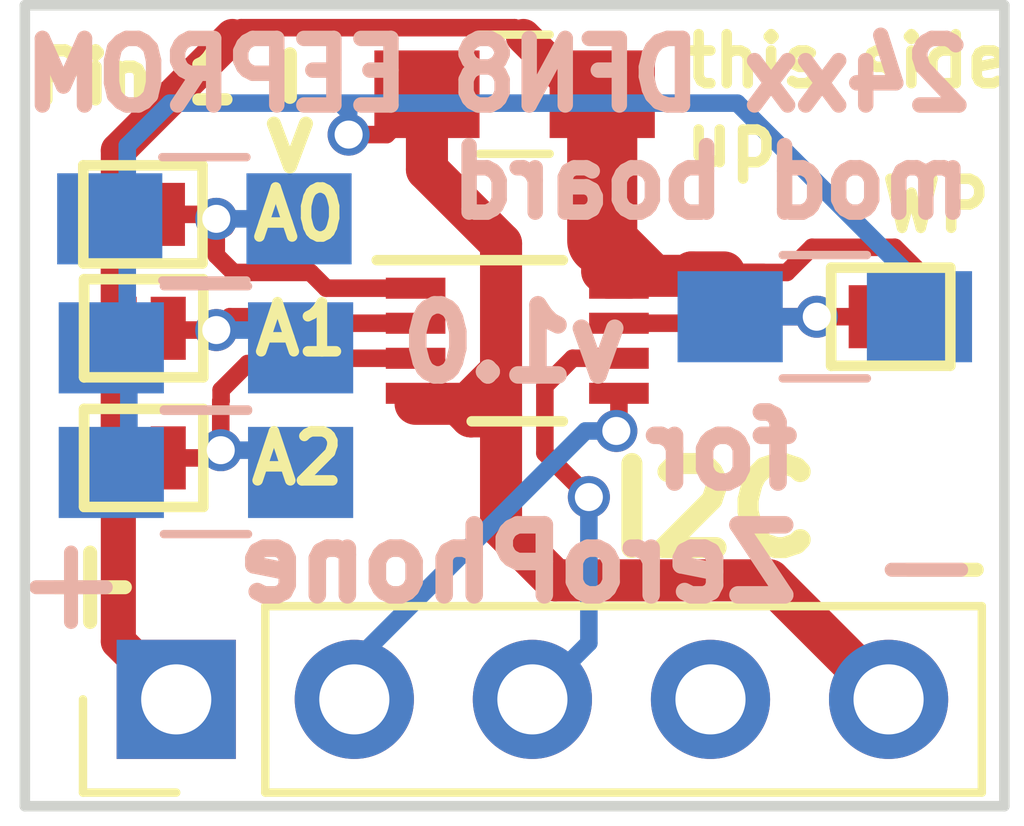
<source format=kicad_pcb>
(kicad_pcb (version 4) (host pcbnew 4.0.7)

  (general
    (links 22)
    (no_connects 7)
    (area 166.929999 110.414999 181.050001 121.995001)
    (thickness 1.6)
    (drawings 15)
    (tracks 126)
    (zones 0)
    (modules 11)
    (nets 9)
  )

  (page A4)
  (layers
    (0 F.Cu signal)
    (31 B.Cu signal)
    (32 B.Adhes user)
    (33 F.Adhes user)
    (34 B.Paste user)
    (35 F.Paste user)
    (36 B.SilkS user)
    (37 F.SilkS user)
    (38 B.Mask user)
    (39 F.Mask user)
    (40 Dwgs.User user)
    (41 Cmts.User user)
    (42 Eco1.User user)
    (43 Eco2.User user)
    (44 Edge.Cuts user)
    (45 Margin user)
    (46 B.CrtYd user)
    (47 F.CrtYd user)
    (48 B.Fab user hide)
    (49 F.Fab user hide)
  )

  (setup
    (last_trace_width 0.25)
    (user_trace_width 0.25)
    (user_trace_width 0.4)
    (user_trace_width 0.5)
    (user_trace_width 0.6)
    (user_trace_width 0.8)
    (user_trace_width 1)
    (trace_clearance 0.2)
    (zone_clearance 0.25)
    (zone_45_only no)
    (trace_min 0.2)
    (segment_width 0.2)
    (edge_width 0.15)
    (via_size 0.6)
    (via_drill 0.4)
    (via_min_size 0.4)
    (via_min_drill 0.3)
    (uvia_size 0.3)
    (uvia_drill 0.1)
    (uvias_allowed no)
    (uvia_min_size 0.2)
    (uvia_min_drill 0.1)
    (pcb_text_width 0.3)
    (pcb_text_size 1.5 1.5)
    (mod_edge_width 0.15)
    (mod_text_size 1 1)
    (mod_text_width 0.15)
    (pad_size 1.524 1.524)
    (pad_drill 0.762)
    (pad_to_mask_clearance 0.2)
    (aux_axis_origin 180.975 110.49)
    (visible_elements 7FFFFF7F)
    (pcbplotparams
      (layerselection 0x010f0_80000001)
      (usegerberextensions true)
      (excludeedgelayer true)
      (linewidth 0.100000)
      (plotframeref false)
      (viasonmask false)
      (mode 1)
      (useauxorigin true)
      (hpglpennumber 1)
      (hpglpenspeed 20)
      (hpglpendiameter 15)
      (hpglpenoverlay 2)
      (psnegative false)
      (psa4output false)
      (plotreference true)
      (plotvalue true)
      (plotinvisibletext false)
      (padsonsilk false)
      (subtractmaskfromsilk false)
      (outputformat 1)
      (mirror false)
      (drillshape 0)
      (scaleselection 1)
      (outputdirectory gerbers/))
  )

  (net 0 "")
  (net 1 VCC)
  (net 2 GND)
  (net 3 SCL)
  (net 4 SDA)
  (net 5 "Net-(J2-Pad1)")
  (net 6 "Net-(J3-Pad1)")
  (net 7 "Net-(J4-Pad1)")
  (net 8 "Net-(J5-Pad2)")

  (net_class Default "This is the default net class."
    (clearance 0.2)
    (trace_width 0.25)
    (via_dia 0.6)
    (via_drill 0.4)
    (uvia_dia 0.3)
    (uvia_drill 0.1)
    (add_net GND)
    (add_net "Net-(J2-Pad1)")
    (add_net "Net-(J3-Pad1)")
    (add_net "Net-(J4-Pad1)")
    (add_net "Net-(J5-Pad2)")
    (add_net SCL)
    (add_net SDA)
    (add_net VCC)
  )

  (module Pin_Headers:Pin_Header_Straight_1x05_Pitch2.54mm (layer F.Cu) (tedit 59A3FC28) (tstamp 5960AD8A)
    (at 169.164 120.396 90)
    (descr "Through hole straight pin header, 1x05, 2.54mm pitch, single row")
    (tags "Through hole pin header THT 1x05 2.54mm single row")
    (path /5960AD02)
    (fp_text reference J1 (at 0 -2.33 90) (layer F.SilkS) hide
      (effects (font (size 1 1) (thickness 0.15)))
    )
    (fp_text value EXPANSION_BOTTOM (at 0 12.49 90) (layer F.Fab) hide
      (effects (font (size 1 1) (thickness 0.15)))
    )
    (fp_line (start -1.27 -1.27) (end -1.27 11.43) (layer F.Fab) (width 0.1))
    (fp_line (start -1.27 11.43) (end 1.27 11.43) (layer F.Fab) (width 0.1))
    (fp_line (start 1.27 11.43) (end 1.27 -1.27) (layer F.Fab) (width 0.1))
    (fp_line (start 1.27 -1.27) (end -1.27 -1.27) (layer F.Fab) (width 0.1))
    (fp_line (start -1.33 1.27) (end -1.33 11.49) (layer F.SilkS) (width 0.12))
    (fp_line (start -1.33 11.49) (end 1.33 11.49) (layer F.SilkS) (width 0.12))
    (fp_line (start 1.33 11.49) (end 1.33 1.27) (layer F.SilkS) (width 0.12))
    (fp_line (start 1.33 1.27) (end -1.33 1.27) (layer F.SilkS) (width 0.12))
    (fp_line (start -1.33 0) (end -1.33 -1.33) (layer F.SilkS) (width 0.12))
    (fp_line (start -1.33 -1.33) (end 0 -1.33) (layer F.SilkS) (width 0.12))
    (fp_line (start -1.8 -1.8) (end -1.8 11.95) (layer F.CrtYd) (width 0.05))
    (fp_line (start -1.8 11.95) (end 1.8 11.95) (layer F.CrtYd) (width 0.05))
    (fp_line (start 1.8 11.95) (end 1.8 -1.8) (layer F.CrtYd) (width 0.05))
    (fp_line (start 1.8 -1.8) (end -1.8 -1.8) (layer F.CrtYd) (width 0.05))
    (fp_text user %R (at 0 -2.33 90) (layer F.Fab) hide
      (effects (font (size 1 1) (thickness 0.15)))
    )
    (pad 1 thru_hole rect (at 0 0 90) (size 1.7 1.7) (drill 1) (layers *.Cu *.Mask)
      (net 1 VCC))
    (pad 2 thru_hole oval (at 0 2.54 90) (size 1.7 1.7) (drill 1) (layers *.Cu *.Mask)
      (net 4 SDA))
    (pad 3 thru_hole oval (at 0 5.08 90) (size 1.7 1.7) (drill 1) (layers *.Cu *.Mask)
      (net 3 SCL))
    (pad 4 thru_hole oval (at 0 7.62 90) (size 1.7 1.7) (drill 1) (layers *.Cu *.Mask))
    (pad 5 thru_hole oval (at 0 10.16 90) (size 1.7 1.7) (drill 1) (layers *.Cu *.Mask)
      (net 2 GND))
  )

  (module footprints:GS2_SMALL (layer F.Cu) (tedit 59A3F801) (tstamp 59A3F75D)
    (at 168.3385 113.4745 270)
    (descr "3-pin solder bridge")
    (tags "solder bridge")
    (path /59A3F384)
    (attr smd)
    (fp_text reference J2 (at -1.8 -0.3 540) (layer F.SilkS) hide
      (effects (font (size 1 1) (thickness 0.15)))
    )
    (fp_text value A0 (at 0 -2.5781 360) (layer F.SilkS)
      (effects (font (size 0.7 0.7) (thickness 0.15)))
    )
    (fp_line (start -1 -1.5) (end -1 0.8) (layer F.CrtYd) (width 0.15))
    (fp_line (start 1 0.8) (end 1 -1.5) (layer F.CrtYd) (width 0.15))
    (fp_line (start 1 0.8) (end -1 0.8) (layer F.CrtYd) (width 0.15))
    (fp_line (start 0.7 0.5) (end 0.7 -1.2) (layer F.SilkS) (width 0.15))
    (fp_line (start -0.7 0.5) (end 0.7 0.5) (layer F.SilkS) (width 0.15))
    (fp_line (start -0.7 -1.2) (end -0.7 0.5) (layer F.SilkS) (width 0.15))
    (fp_line (start -0.7 0.5) (end 0.7 0.5) (layer F.SilkS) (width 0.15))
    (fp_line (start -1 -1.5) (end 1 -1.5) (layer F.CrtYd) (width 0.15))
    (fp_line (start -0.7 -1.2) (end 0.7 -1.2) (layer F.SilkS) (width 0.15))
    (pad 1 smd rect (at 0 -0.7 270) (size 0.9 0.5) (layers F.Cu F.Paste F.Mask)
      (net 5 "Net-(J2-Pad1)"))
    (pad 2 smd rect (at 0 0 270) (size 0.9 0.5) (layers F.Cu F.Paste F.Mask)
      (net 1 VCC))
  )

  (module footprints:GS2_SMALL (layer F.Cu) (tedit 59A3F807) (tstamp 59A3F763)
    (at 168.35 115.1 270)
    (descr "3-pin solder bridge")
    (tags "solder bridge")
    (path /59A3F449)
    (attr smd)
    (fp_text reference J3 (at -1.8 -0.3 360) (layer F.SilkS) hide
      (effects (font (size 1 1) (thickness 0.15)))
    )
    (fp_text value A1 (at 0.0128 -2.592 360) (layer F.SilkS)
      (effects (font (size 0.7 0.7) (thickness 0.15)))
    )
    (fp_line (start -1 -1.5) (end -1 0.8) (layer F.CrtYd) (width 0.15))
    (fp_line (start 1 0.8) (end 1 -1.5) (layer F.CrtYd) (width 0.15))
    (fp_line (start 1 0.8) (end -1 0.8) (layer F.CrtYd) (width 0.15))
    (fp_line (start 0.7 0.5) (end 0.7 -1.2) (layer F.SilkS) (width 0.15))
    (fp_line (start -0.7 0.5) (end 0.7 0.5) (layer F.SilkS) (width 0.15))
    (fp_line (start -0.7 -1.2) (end -0.7 0.5) (layer F.SilkS) (width 0.15))
    (fp_line (start -0.7 0.5) (end 0.7 0.5) (layer F.SilkS) (width 0.15))
    (fp_line (start -1 -1.5) (end 1 -1.5) (layer F.CrtYd) (width 0.15))
    (fp_line (start -0.7 -1.2) (end 0.7 -1.2) (layer F.SilkS) (width 0.15))
    (pad 1 smd rect (at 0 -0.7 270) (size 0.9 0.5) (layers F.Cu F.Paste F.Mask)
      (net 6 "Net-(J3-Pad1)"))
    (pad 2 smd rect (at 0 0 270) (size 0.9 0.5) (layers F.Cu F.Paste F.Mask)
      (net 1 VCC))
  )

  (module footprints:GS2_SMALL (layer F.Cu) (tedit 59A3F7F4) (tstamp 59A3F769)
    (at 168.35 116.95 270)
    (descr "3-pin solder bridge")
    (tags "solder bridge")
    (path /59A3F46E)
    (attr smd)
    (fp_text reference J4 (at -1.8 -0.3 360) (layer F.SilkS) hide
      (effects (font (size 1 1) (thickness 0.15)))
    )
    (fp_text value A2 (at 0.0043 -2.5412 360) (layer F.SilkS)
      (effects (font (size 0.7 0.7) (thickness 0.15)))
    )
    (fp_line (start -1 -1.5) (end -1 0.8) (layer F.CrtYd) (width 0.15))
    (fp_line (start 1 0.8) (end 1 -1.5) (layer F.CrtYd) (width 0.15))
    (fp_line (start 1 0.8) (end -1 0.8) (layer F.CrtYd) (width 0.15))
    (fp_line (start 0.7 0.5) (end 0.7 -1.2) (layer F.SilkS) (width 0.15))
    (fp_line (start -0.7 0.5) (end 0.7 0.5) (layer F.SilkS) (width 0.15))
    (fp_line (start -0.7 -1.2) (end -0.7 0.5) (layer F.SilkS) (width 0.15))
    (fp_line (start -0.7 0.5) (end 0.7 0.5) (layer F.SilkS) (width 0.15))
    (fp_line (start -1 -1.5) (end 1 -1.5) (layer F.CrtYd) (width 0.15))
    (fp_line (start -0.7 -1.2) (end 0.7 -1.2) (layer F.SilkS) (width 0.15))
    (pad 1 smd rect (at 0 -0.7 270) (size 0.9 0.5) (layers F.Cu F.Paste F.Mask)
      (net 7 "Net-(J4-Pad1)"))
    (pad 2 smd rect (at 0 0 270) (size 0.9 0.5) (layers F.Cu F.Paste F.Mask)
      (net 1 VCC))
  )

  (module footprints:GS2_SMALL (layer F.Cu) (tedit 59A3F8EE) (tstamp 59A3F76F)
    (at 179.005 114.935 270)
    (descr "3-pin solder bridge")
    (tags "solder bridge")
    (path /59A3F89C)
    (attr smd)
    (fp_text reference J5 (at -1.8 -0.3 540) (layer F.SilkS) hide
      (effects (font (size 1 1) (thickness 0.15)))
    )
    (fp_text value WP (at -1.585 -0.995 540) (layer F.SilkS)
      (effects (font (size 0.7 0.7) (thickness 0.15)))
    )
    (fp_line (start -1 -1.5) (end -1 0.8) (layer F.CrtYd) (width 0.15))
    (fp_line (start 1 0.8) (end 1 -1.5) (layer F.CrtYd) (width 0.15))
    (fp_line (start 1 0.8) (end -1 0.8) (layer F.CrtYd) (width 0.15))
    (fp_line (start 0.7 0.5) (end 0.7 -1.2) (layer F.SilkS) (width 0.15))
    (fp_line (start -0.7 0.5) (end 0.7 0.5) (layer F.SilkS) (width 0.15))
    (fp_line (start -0.7 -1.2) (end -0.7 0.5) (layer F.SilkS) (width 0.15))
    (fp_line (start -0.7 0.5) (end 0.7 0.5) (layer F.SilkS) (width 0.15))
    (fp_line (start -1 -1.5) (end 1 -1.5) (layer F.CrtYd) (width 0.15))
    (fp_line (start -0.7 -1.2) (end 0.7 -1.2) (layer F.SilkS) (width 0.15))
    (pad 1 smd rect (at 0 -0.7 270) (size 0.9 0.5) (layers F.Cu F.Paste F.Mask)
      (net 1 VCC))
    (pad 2 smd rect (at 0 0 270) (size 0.9 0.5) (layers F.Cu F.Paste F.Mask)
      (net 8 "Net-(J5-Pad2)"))
  )

  (module Capacitors_SMD:C_0805_HandSoldering (layer F.Cu) (tedit 5C436F1A) (tstamp 5C436EE2)
    (at 173.99 111.76 180)
    (descr "Capacitor SMD 0805, hand soldering")
    (tags "capacitor 0805")
    (path /5960AC6C)
    (attr smd)
    (fp_text reference C1 (at 0 -1.75 180) (layer F.SilkS) hide
      (effects (font (size 1 1) (thickness 0.15)))
    )
    (fp_text value C (at 0 1.75 180) (layer F.Fab)
      (effects (font (size 1 1) (thickness 0.15)))
    )
    (fp_text user %R (at 0 -1.75 180) (layer F.Fab)
      (effects (font (size 1 1) (thickness 0.15)))
    )
    (fp_line (start -1 0.62) (end -1 -0.62) (layer F.Fab) (width 0.1))
    (fp_line (start 1 0.62) (end -1 0.62) (layer F.Fab) (width 0.1))
    (fp_line (start 1 -0.62) (end 1 0.62) (layer F.Fab) (width 0.1))
    (fp_line (start -1 -0.62) (end 1 -0.62) (layer F.Fab) (width 0.1))
    (fp_line (start 0.5 -0.85) (end -0.5 -0.85) (layer F.SilkS) (width 0.12))
    (fp_line (start -0.5 0.85) (end 0.5 0.85) (layer F.SilkS) (width 0.12))
    (fp_line (start -2.25 -0.88) (end 2.25 -0.88) (layer F.CrtYd) (width 0.05))
    (fp_line (start -2.25 -0.88) (end -2.25 0.87) (layer F.CrtYd) (width 0.05))
    (fp_line (start 2.25 0.87) (end 2.25 -0.88) (layer F.CrtYd) (width 0.05))
    (fp_line (start 2.25 0.87) (end -2.25 0.87) (layer F.CrtYd) (width 0.05))
    (pad 1 smd rect (at -1.25 0 180) (size 1.5 1.25) (layers F.Cu F.Paste F.Mask)
      (net 1 VCC))
    (pad 2 smd rect (at 1.25 0 180) (size 1.5 1.25) (layers F.Cu F.Paste F.Mask)
      (net 2 GND))
    (model Capacitors_SMD.3dshapes/C_0805.wrl
      (at (xyz 0 0 0))
      (scale (xyz 1 1 1))
      (rotate (xyz 0 0 0))
    )
  )

  (module Resistors_SMD:R_0805_HandSoldering (layer B.Cu) (tedit 5C436F2D) (tstamp 5C436EE7)
    (at 169.588 117.1575 180)
    (descr "Resistor SMD 0805, hand soldering")
    (tags "resistor 0805")
    (path /59A3F508)
    (attr smd)
    (fp_text reference R1 (at 0 1.7 180) (layer B.SilkS) hide
      (effects (font (size 1 1) (thickness 0.15)) (justify mirror))
    )
    (fp_text value 10K (at 0 -1.75 180) (layer B.Fab)
      (effects (font (size 1 1) (thickness 0.15)) (justify mirror))
    )
    (fp_text user %R (at 0 0 180) (layer B.Fab)
      (effects (font (size 0.5 0.5) (thickness 0.075)) (justify mirror))
    )
    (fp_line (start -1 -0.62) (end -1 0.62) (layer B.Fab) (width 0.1))
    (fp_line (start 1 -0.62) (end -1 -0.62) (layer B.Fab) (width 0.1))
    (fp_line (start 1 0.62) (end 1 -0.62) (layer B.Fab) (width 0.1))
    (fp_line (start -1 0.62) (end 1 0.62) (layer B.Fab) (width 0.1))
    (fp_line (start 0.6 -0.88) (end -0.6 -0.88) (layer B.SilkS) (width 0.12))
    (fp_line (start -0.6 0.88) (end 0.6 0.88) (layer B.SilkS) (width 0.12))
    (fp_line (start -2.35 0.9) (end 2.35 0.9) (layer B.CrtYd) (width 0.05))
    (fp_line (start -2.35 0.9) (end -2.35 -0.9) (layer B.CrtYd) (width 0.05))
    (fp_line (start 2.35 -0.9) (end 2.35 0.9) (layer B.CrtYd) (width 0.05))
    (fp_line (start 2.35 -0.9) (end -2.35 -0.9) (layer B.CrtYd) (width 0.05))
    (pad 1 smd rect (at -1.35 0 180) (size 1.5 1.3) (layers B.Cu B.Paste B.Mask)
      (net 7 "Net-(J4-Pad1)"))
    (pad 2 smd rect (at 1.35 0 180) (size 1.5 1.3) (layers B.Cu B.Paste B.Mask)
      (net 2 GND))
    (model ${KISYS3DMOD}/Resistors_SMD.3dshapes/R_0805.wrl
      (at (xyz 0 0 0))
      (scale (xyz 1 1 1))
      (rotate (xyz 0 0 0))
    )
  )

  (module Resistors_SMD:R_0805_HandSoldering (layer B.Cu) (tedit 5C436F29) (tstamp 5C436EEC)
    (at 169.588 115.3795 180)
    (descr "Resistor SMD 0805, hand soldering")
    (tags "resistor 0805")
    (path /59A3F5E4)
    (attr smd)
    (fp_text reference R2 (at 0 1.7 180) (layer B.SilkS) hide
      (effects (font (size 1 1) (thickness 0.15)) (justify mirror))
    )
    (fp_text value 10K (at 0 -1.75 180) (layer B.Fab)
      (effects (font (size 1 1) (thickness 0.15)) (justify mirror))
    )
    (fp_text user %R (at 0 0 180) (layer B.Fab)
      (effects (font (size 0.5 0.5) (thickness 0.075)) (justify mirror))
    )
    (fp_line (start -1 -0.62) (end -1 0.62) (layer B.Fab) (width 0.1))
    (fp_line (start 1 -0.62) (end -1 -0.62) (layer B.Fab) (width 0.1))
    (fp_line (start 1 0.62) (end 1 -0.62) (layer B.Fab) (width 0.1))
    (fp_line (start -1 0.62) (end 1 0.62) (layer B.Fab) (width 0.1))
    (fp_line (start 0.6 -0.88) (end -0.6 -0.88) (layer B.SilkS) (width 0.12))
    (fp_line (start -0.6 0.88) (end 0.6 0.88) (layer B.SilkS) (width 0.12))
    (fp_line (start -2.35 0.9) (end 2.35 0.9) (layer B.CrtYd) (width 0.05))
    (fp_line (start -2.35 0.9) (end -2.35 -0.9) (layer B.CrtYd) (width 0.05))
    (fp_line (start 2.35 -0.9) (end 2.35 0.9) (layer B.CrtYd) (width 0.05))
    (fp_line (start 2.35 -0.9) (end -2.35 -0.9) (layer B.CrtYd) (width 0.05))
    (pad 1 smd rect (at -1.35 0 180) (size 1.5 1.3) (layers B.Cu B.Paste B.Mask)
      (net 6 "Net-(J3-Pad1)"))
    (pad 2 smd rect (at 1.35 0 180) (size 1.5 1.3) (layers B.Cu B.Paste B.Mask)
      (net 2 GND))
    (model ${KISYS3DMOD}/Resistors_SMD.3dshapes/R_0805.wrl
      (at (xyz 0 0 0))
      (scale (xyz 1 1 1))
      (rotate (xyz 0 0 0))
    )
  )

  (module Resistors_SMD:R_0805_HandSoldering (layer B.Cu) (tedit 5C436F1F) (tstamp 5C436EF1)
    (at 169.5655 113.538 180)
    (descr "Resistor SMD 0805, hand soldering")
    (tags "resistor 0805")
    (path /59A3F5B0)
    (attr smd)
    (fp_text reference R3 (at 0 1.7 180) (layer B.SilkS) hide
      (effects (font (size 1 1) (thickness 0.15)) (justify mirror))
    )
    (fp_text value 10K (at 0 -1.75 180) (layer B.Fab)
      (effects (font (size 1 1) (thickness 0.15)) (justify mirror))
    )
    (fp_text user %R (at 0 0 180) (layer B.Fab)
      (effects (font (size 0.5 0.5) (thickness 0.075)) (justify mirror))
    )
    (fp_line (start -1 -0.62) (end -1 0.62) (layer B.Fab) (width 0.1))
    (fp_line (start 1 -0.62) (end -1 -0.62) (layer B.Fab) (width 0.1))
    (fp_line (start 1 0.62) (end 1 -0.62) (layer B.Fab) (width 0.1))
    (fp_line (start -1 0.62) (end 1 0.62) (layer B.Fab) (width 0.1))
    (fp_line (start 0.6 -0.88) (end -0.6 -0.88) (layer B.SilkS) (width 0.12))
    (fp_line (start -0.6 0.88) (end 0.6 0.88) (layer B.SilkS) (width 0.12))
    (fp_line (start -2.35 0.9) (end 2.35 0.9) (layer B.CrtYd) (width 0.05))
    (fp_line (start -2.35 0.9) (end -2.35 -0.9) (layer B.CrtYd) (width 0.05))
    (fp_line (start 2.35 -0.9) (end 2.35 0.9) (layer B.CrtYd) (width 0.05))
    (fp_line (start 2.35 -0.9) (end -2.35 -0.9) (layer B.CrtYd) (width 0.05))
    (pad 1 smd rect (at -1.35 0 180) (size 1.5 1.3) (layers B.Cu B.Paste B.Mask)
      (net 5 "Net-(J2-Pad1)"))
    (pad 2 smd rect (at 1.35 0 180) (size 1.5 1.3) (layers B.Cu B.Paste B.Mask)
      (net 2 GND))
    (model ${KISYS3DMOD}/Resistors_SMD.3dshapes/R_0805.wrl
      (at (xyz 0 0 0))
      (scale (xyz 1 1 1))
      (rotate (xyz 0 0 0))
    )
  )

  (module Resistors_SMD:R_0805_HandSoldering (layer B.Cu) (tedit 5C436F23) (tstamp 5C436EF6)
    (at 178.4145 114.935)
    (descr "Resistor SMD 0805, hand soldering")
    (tags "resistor 0805")
    (path /59A3FB80)
    (attr smd)
    (fp_text reference R4 (at 0 1.7) (layer B.SilkS) hide
      (effects (font (size 1 1) (thickness 0.15)) (justify mirror))
    )
    (fp_text value 10K (at 0 -1.75) (layer B.Fab) hide
      (effects (font (size 1 1) (thickness 0.15)) (justify mirror))
    )
    (fp_text user %R (at 0 0) (layer B.Fab)
      (effects (font (size 0.5 0.5) (thickness 0.075)) (justify mirror))
    )
    (fp_line (start -1 -0.62) (end -1 0.62) (layer B.Fab) (width 0.1))
    (fp_line (start 1 -0.62) (end -1 -0.62) (layer B.Fab) (width 0.1))
    (fp_line (start 1 0.62) (end 1 -0.62) (layer B.Fab) (width 0.1))
    (fp_line (start -1 0.62) (end 1 0.62) (layer B.Fab) (width 0.1))
    (fp_line (start 0.6 -0.88) (end -0.6 -0.88) (layer B.SilkS) (width 0.12))
    (fp_line (start -0.6 0.88) (end 0.6 0.88) (layer B.SilkS) (width 0.12))
    (fp_line (start -2.35 0.9) (end 2.35 0.9) (layer B.CrtYd) (width 0.05))
    (fp_line (start -2.35 0.9) (end -2.35 -0.9) (layer B.CrtYd) (width 0.05))
    (fp_line (start 2.35 -0.9) (end 2.35 0.9) (layer B.CrtYd) (width 0.05))
    (fp_line (start 2.35 -0.9) (end -2.35 -0.9) (layer B.CrtYd) (width 0.05))
    (pad 1 smd rect (at -1.35 0) (size 1.5 1.3) (layers B.Cu B.Paste B.Mask)
      (net 8 "Net-(J5-Pad2)"))
    (pad 2 smd rect (at 1.35 0) (size 1.5 1.3) (layers B.Cu B.Paste B.Mask)
      (net 2 GND))
    (model ${KISYS3DMOD}/Resistors_SMD.3dshapes/R_0805.wrl
      (at (xyz 0 0 0))
      (scale (xyz 1 1 1))
      (rotate (xyz 0 0 0))
    )
  )

  (module footprints:DFN-8_3x2mm_Pitch0.5mm (layer F.Cu) (tedit 5C437658) (tstamp 5C4375D2)
    (at 174.0281 115.2779)
    (descr "DFN8 2x2, 0.5P; No exposed pad - Ref http://pdfserv.maximintegrated.com/land_patterns/90-0349.PDF")
    (tags "DFN 0.5")
    (path /59A3F2DA)
    (attr smd)
    (fp_text reference U1 (at 0 -2.075) (layer F.SilkS) hide
      (effects (font (size 1 1) (thickness 0.15)))
    )
    (fp_text value 24LC00 (at 0 2.075) (layer F.Fab)
      (effects (font (size 1 1) (thickness 0.15)))
    )
    (fp_line (start -0.5 -1) (end 1.5 -1) (layer F.Fab) (width 0.15))
    (fp_line (start 1.5 -1) (end 1.5 1) (layer F.Fab) (width 0.15))
    (fp_line (start 1.5 1) (end -1.5 1) (layer F.Fab) (width 0.15))
    (fp_line (start -1.5 1) (end -1.5 0) (layer F.Fab) (width 0.15))
    (fp_line (start -1.5 0) (end -0.5 -1) (layer F.Fab) (width 0.15))
    (fp_line (start -2 -1.35) (end -2 1.35) (layer F.CrtYd) (width 0.05))
    (fp_line (start 2 -1.35) (end 2 1.35) (layer F.CrtYd) (width 0.05))
    (fp_line (start -2 -1.35) (end 2 -1.35) (layer F.CrtYd) (width 0.05))
    (fp_line (start -2 1.35) (end 2 1.35) (layer F.CrtYd) (width 0.05))
    (fp_line (start -0.65 1.15) (end 0.65 1.15) (layer F.SilkS) (width 0.15))
    (fp_line (start -2.004241 -1.15) (end 0.65 -1.15) (layer F.SilkS) (width 0.15))
    (pad 1 smd rect (at -1.45 -0.75) (size 0.85 0.3) (layers F.Cu F.Paste F.Mask)
      (net 5 "Net-(J2-Pad1)"))
    (pad 2 smd rect (at -1.45 -0.25) (size 0.85 0.3) (layers F.Cu F.Paste F.Mask)
      (net 6 "Net-(J3-Pad1)"))
    (pad 3 smd rect (at -1.45 0.25) (size 0.85 0.3) (layers F.Cu F.Paste F.Mask)
      (net 7 "Net-(J4-Pad1)"))
    (pad 4 smd rect (at -1.45 0.75) (size 0.85 0.3) (layers F.Cu F.Paste F.Mask)
      (net 2 GND))
    (pad 5 smd rect (at 1.45 0.75) (size 0.85 0.3) (layers F.Cu F.Paste F.Mask)
      (net 4 SDA))
    (pad 6 smd rect (at 1.45 0.25) (size 0.85 0.3) (layers F.Cu F.Paste F.Mask)
      (net 3 SCL))
    (pad 7 smd rect (at 1.45 -0.25) (size 0.85 0.3) (layers F.Cu F.Paste F.Mask)
      (net 8 "Net-(J5-Pad2)"))
    (pad 8 smd rect (at 1.45 -0.75) (size 0.85 0.3) (layers F.Cu F.Paste F.Mask)
      (net 1 VCC))
    (model ${KISYS3DMOD}/Housings_DFN_QFN.3dshapes/DFN-8_2x2mm_Pitch0.5mm.wrl
      (at (xyz 0 0 0))
      (scale (xyz 1 1 1))
      (rotate (xyz 0 0 0))
    )
  )

  (gr_text + (at 168.6 118.7) (layer B.SilkS) (tstamp 5C436FDE)
    (effects (font (size 1.3 1.3) (thickness 0.2)) (justify left mirror))
  )
  (gr_text - (at 180.8 118.45) (layer B.SilkS) (tstamp 5C436FD0)
    (effects (font (size 1.3 1.3) (thickness 0.2)) (justify left mirror))
  )
  (gr_text - (at 179.15 118.45) (layer F.SilkS) (tstamp 5C436FC2)
    (effects (font (size 1.3 1.3) (thickness 0.2)) (justify left))
  )
  (gr_text + (at 167 118.7) (layer F.SilkS) (tstamp 5C436FA9)
    (effects (font (size 1.3 1.3) (thickness 0.2)) (justify left))
  )
  (gr_text "this side\nup" (at 176.35 111.85) (layer F.SilkS)
    (effects (font (size 0.7 0.7) (thickness 0.15)) (justify left))
  )
  (gr_text I2C (at 176.8348 117.6909) (layer F.SilkS)
    (effects (font (size 1.2 1.2) (thickness 0.3)))
  )
  (gr_text -> (at 170.8404 111.9886 270) (layer F.SilkS)
    (effects (font (size 0.8 0.8) (thickness 0.2)))
  )
  (gr_text "Pin 1" (at 168.5798 111.5187) (layer F.SilkS)
    (effects (font (size 0.7 0.7) (thickness 0.175)))
  )
  (gr_text v1.0 (at 173.99 115.316) (layer B.SilkS)
    (effects (font (size 1 1) (thickness 0.25)) (justify mirror))
  )
  (gr_text "for\nZeroPhone" (at 178.15 117.65) (layer B.SilkS)
    (effects (font (size 1 1) (thickness 0.25)) (justify left mirror))
  )
  (gr_text "24xx DFN8 EEPROM\nmod board" (at 180.6 112.25) (layer B.SilkS)
    (effects (font (size 0.95 0.9) (thickness 0.22)) (justify left mirror))
  )
  (gr_line (start 180.975 121.92) (end 167.005 121.92) (layer Edge.Cuts) (width 0.15))
  (gr_line (start 180.975 110.49) (end 180.975 121.92) (layer Edge.Cuts) (width 0.15))
  (gr_line (start 167.005 110.49) (end 180.975 110.49) (layer Edge.Cuts) (width 0.15))
  (gr_line (start 167.005 121.92) (end 167.005 110.49) (layer Edge.Cuts) (width 0.15))

  (segment (start 175.4781 114.5279) (end 175.4781 114.0863) (width 0.25) (layer F.Cu) (net 1))
  (segment (start 175.6552 114.3508) (end 175.9839 114.3508) (width 0.6) (layer F.Cu) (net 1))
  (segment (start 175.9839 114.3508) (end 176.4665 114.3508) (width 0.6) (layer F.Cu) (net 1))
  (segment (start 175.24 113.8482) (end 175.4813 113.8482) (width 0.6) (layer F.Cu) (net 1))
  (segment (start 175.4813 113.8482) (end 175.9839 114.3508) (width 0.6) (layer F.Cu) (net 1))
  (segment (start 175.24 113.8482) (end 175.24 114.2898) (width 0.6) (layer F.Cu) (net 1))
  (segment (start 175.24 114.2898) (end 175.328099 114.377899) (width 0.6) (layer F.Cu) (net 1))
  (segment (start 175.328099 114.377899) (end 175.628101 114.377899) (width 0.6) (layer F.Cu) (net 1))
  (segment (start 175.628101 114.377899) (end 175.6552 114.3508) (width 0.6) (layer F.Cu) (net 1))
  (segment (start 176.4665 114.3508) (end 176.5144 114.3029) (width 0.6) (layer F.Cu) (net 1))
  (segment (start 176.5144 114.3029) (end 176.9781 114.3029) (width 0.6) (layer F.Cu) (net 1))
  (segment (start 175.4781 114.0863) (end 175.24 113.8482) (width 0.25) (layer F.Cu) (net 1))
  (segment (start 175.4781 114.5279) (end 175.4781 114.5195) (width 0.25) (layer F.Cu) (net 1))
  (segment (start 179.4129 113.9444) (end 179.705 114.2365) (width 0.25) (layer F.Cu) (net 1))
  (segment (start 179.705 114.2365) (end 179.705 114.935) (width 0.25) (layer F.Cu) (net 1))
  (segment (start 178.2318 113.9444) (end 179.4129 113.9444) (width 0.25) (layer F.Cu) (net 1))
  (segment (start 177.8733 114.3029) (end 178.2318 113.9444) (width 0.25) (layer F.Cu) (net 1))
  (segment (start 176.9781 114.3029) (end 177.8733 114.3029) (width 0.25) (layer F.Cu) (net 1))
  (segment (start 176.9781 114.3029) (end 177.5431 114.3029) (width 0.25) (layer F.Cu) (net 1))
  (segment (start 175.24 111.76) (end 175.24 113.8482) (width 1) (layer F.Cu) (net 1))
  (segment (start 168.35 116.95) (end 168.35 117.4635) (width 0.25) (layer F.Cu) (net 1))
  (segment (start 168.35 117.4635) (end 168.3385 117.475) (width 0.25) (layer F.Cu) (net 1))
  (segment (start 169.965001 110.934999) (end 170.090001 110.809999) (width 0.25) (layer F.Cu) (net 1))
  (segment (start 170.090001 110.809999) (end 173.989999 110.809999) (width 0.25) (layer F.Cu) (net 1))
  (segment (start 173.989999 110.809999) (end 174.114999 110.934999) (width 0.25) (layer F.Cu) (net 1))
  (segment (start 168.3385 115.443) (end 168.3385 117.475) (width 0.5) (layer F.Cu) (net 1))
  (segment (start 168.3385 113.4745) (end 168.3385 115.443) (width 0.5) (layer F.Cu) (net 1))
  (segment (start 168.3385 113.4745) (end 168.3385 112.5615) (width 0.5) (layer F.Cu) (net 1))
  (segment (start 168.3385 112.5615) (end 169.965001 110.934999) (width 0.5) (layer F.Cu) (net 1))
  (segment (start 174.114999 110.934999) (end 174.94 111.76) (width 0.5) (layer F.Cu) (net 1))
  (segment (start 168.404482 115.508982) (end 168.3385 115.443) (width 0.25) (layer F.Cu) (net 1))
  (segment (start 168.3385 117.475) (end 168.3385 119.5705) (width 0.5) (layer F.Cu) (net 1))
  (segment (start 168.3385 119.5705) (end 169.164 120.396) (width 0.5) (layer F.Cu) (net 1))
  (segment (start 168.3385 113.4745) (end 168.3385 117.475) (width 0.5) (layer F.Cu) (net 1))
  (segment (start 174.91 111.76) (end 174.91 111.754998) (width 0.6) (layer F.Cu) (net 1))
  (segment (start 174.94 111.76) (end 174.91 111.76) (width 0.6) (layer F.Cu) (net 1))
  (segment (start 174.715 111.506) (end 174.94 111.506) (width 0.25) (layer F.Cu) (net 1))
  (segment (start 173.05 111.887) (end 171.5008 111.887) (width 0.25) (layer B.Cu) (net 2))
  (segment (start 171.5008 111.887) (end 169.072909 111.887) (width 0.25) (layer B.Cu) (net 2))
  (segment (start 171.622948 112.33595) (end 171.622948 112.009148) (width 0.25) (layer B.Cu) (net 2))
  (segment (start 171.622948 112.009148) (end 171.5008 111.887) (width 0.25) (layer B.Cu) (net 2))
  (segment (start 173.05 111.887) (end 172.071898 111.887) (width 0.25) (layer B.Cu) (net 2))
  (segment (start 172.16405 112.33595) (end 171.622948 112.33595) (width 0.25) (layer F.Cu) (net 2))
  (segment (start 172.74 111.76) (end 172.16405 112.33595) (width 0.25) (layer F.Cu) (net 2))
  (via (at 171.622948 112.33595) (size 0.6) (drill 0.4) (layers F.Cu B.Cu) (net 2))
  (segment (start 173.79679 116.3574) (end 173.79679 115.7097) (width 0.6) (layer F.Cu) (net 2))
  (segment (start 173.79679 115.7097) (end 173.79679 113.89089) (width 0.6) (layer F.Cu) (net 2))
  (segment (start 173.3677 116.3574) (end 173.3677 116.13879) (width 0.6) (layer F.Cu) (net 2))
  (segment (start 173.3677 116.13879) (end 173.79679 115.7097) (width 0.6) (layer F.Cu) (net 2))
  (segment (start 173.79679 117.929335) (end 173.79679 116.3574) (width 0.6) (layer F.Cu) (net 2))
  (segment (start 173.79679 116.3574) (end 173.3677 116.3574) (width 0.6) (layer F.Cu) (net 2))
  (segment (start 173.3677 116.3574) (end 173.188201 116.177901) (width 0.6) (layer F.Cu) (net 2))
  (segment (start 173.188201 116.177901) (end 172.5781 116.177901) (width 0.6) (layer F.Cu) (net 2))
  (segment (start 174.564575 118.69712) (end 177.62512 118.69712) (width 0.6) (layer F.Cu) (net 2))
  (segment (start 177.62512 118.69712) (end 179.324 120.396) (width 0.6) (layer F.Cu) (net 2))
  (segment (start 173.79679 113.89089) (end 172.74 112.8341) (width 0.6) (layer F.Cu) (net 2))
  (segment (start 172.74 112.8341) (end 172.74 111.76) (width 0.6) (layer F.Cu) (net 2))
  (segment (start 174.564575 118.69712) (end 173.79679 117.929335) (width 0.6) (layer F.Cu) (net 2))
  (segment (start 168.488 116.2304) (end 168.488 117.1575) (width 0.25) (layer B.Cu) (net 2))
  (segment (start 168.488 115.3795) (end 168.488 116.2304) (width 0.25) (layer B.Cu) (net 2))
  (segment (start 168.488 116.2304) (end 168.488 116.9075) (width 0.25) (layer B.Cu) (net 2))
  (segment (start 168.488 116.9075) (end 168.238 117.1575) (width 0.25) (layer B.Cu) (net 2))
  (segment (start 168.4655 114.6302) (end 168.4655 115.357) (width 0.25) (layer B.Cu) (net 2))
  (segment (start 168.4655 112.494409) (end 168.4655 114.6302) (width 0.25) (layer B.Cu) (net 2))
  (segment (start 168.4655 114.6302) (end 168.4655 115.152) (width 0.25) (layer B.Cu) (net 2))
  (segment (start 168.4655 115.152) (end 168.238 115.3795) (width 0.25) (layer B.Cu) (net 2))
  (segment (start 168.4655 112.494409) (end 168.4655 113.288) (width 0.25) (layer B.Cu) (net 2))
  (segment (start 168.4655 113.288) (end 168.2155 113.538) (width 0.25) (layer B.Cu) (net 2))
  (segment (start 169.072909 111.887) (end 168.4655 112.494409) (width 0.25) (layer B.Cu) (net 2))
  (segment (start 168.4655 115.357) (end 168.488 115.3795) (width 0.25) (layer B.Cu) (net 2))
  (segment (start 177.1665 111.887) (end 173.05 111.887) (width 0.25) (layer B.Cu) (net 2))
  (segment (start 179.5145 114.935) (end 179.5145 114.235) (width 0.25) (layer B.Cu) (net 2))
  (segment (start 179.5145 114.235) (end 177.1665 111.887) (width 0.25) (layer B.Cu) (net 2))
  (segment (start 174.4218 115.924198) (end 174.4218 116.881385) (width 0.25) (layer F.Cu) (net 3))
  (segment (start 174.4218 116.881385) (end 175.049308 117.508893) (width 0.25) (layer F.Cu) (net 3))
  (segment (start 175.4781 115.5279) (end 174.818098 115.5279) (width 0.25) (layer F.Cu) (net 3))
  (segment (start 174.818098 115.5279) (end 174.4218 115.924198) (width 0.25) (layer F.Cu) (net 3))
  (segment (start 175.049308 117.353771) (end 175.049308 117.508893) (width 0.25) (layer F.Cu) (net 3))
  (segment (start 175.049308 119.590692) (end 175.049308 117.508893) (width 0.25) (layer B.Cu) (net 3))
  (via (at 175.049308 117.508893) (size 0.6) (drill 0.4) (layers F.Cu B.Cu) (net 3))
  (segment (start 174.244 120.396) (end 175.049308 119.590692) (width 0.25) (layer B.Cu) (net 3))
  (segment (start 175.4781 116.0279) (end 175.4781 116.528169) (width 0.25) (layer F.Cu) (net 4))
  (segment (start 175.4781 116.528169) (end 175.440954 116.565315) (width 0.25) (layer F.Cu) (net 4))
  (segment (start 175.001209 116.565315) (end 175.440954 116.565315) (width 0.25) (layer B.Cu) (net 4))
  (segment (start 171.704 119.862524) (end 175.001209 116.565315) (width 0.25) (layer B.Cu) (net 4))
  (segment (start 175.463305 116.565315) (end 175.440954 116.565315) (width 0.25) (layer F.Cu) (net 4))
  (segment (start 171.704 120.396) (end 171.704 119.862524) (width 0.25) (layer B.Cu) (net 4))
  (via (at 175.440954 116.565315) (size 0.6) (drill 0.4) (layers F.Cu B.Cu) (net 4))
  (segment (start 172.5781 114.5279) (end 171.3031 114.5279) (width 0.25) (layer F.Cu) (net 5))
  (segment (start 171.3031 114.5279) (end 171.0781 114.3029) (width 0.25) (layer F.Cu) (net 5))
  (segment (start 169.7355 114.0587) (end 169.9797 114.3029) (width 0.25) (layer F.Cu) (net 5))
  (segment (start 169.9797 114.3029) (end 171.0781 114.3029) (width 0.25) (layer F.Cu) (net 5))
  (segment (start 169.7355 113.538) (end 169.7355 114.0587) (width 0.25) (layer F.Cu) (net 5))
  (segment (start 169.0385 113.4745) (end 169.672 113.4745) (width 0.25) (layer F.Cu) (net 5))
  (segment (start 169.8625 113.665) (end 169.7355 113.538) (width 0.25) (layer F.Cu) (net 5))
  (segment (start 169.7355 113.538) (end 170.6655 113.538) (width 0.25) (layer B.Cu) (net 5))
  (segment (start 169.672 113.4745) (end 169.7355 113.538) (width 0.25) (layer F.Cu) (net 5))
  (via (at 169.7355 113.538) (size 0.6) (drill 0.4) (layers F.Cu B.Cu) (net 5))
  (segment (start 172.5781 115.0279) (end 170.9079 115.0279) (width 0.25) (layer F.Cu) (net 6))
  (segment (start 170.9079 115.0279) (end 170.815 114.935) (width 0.25) (layer F.Cu) (net 6))
  (segment (start 169.7355 115.1255) (end 169.0755 115.1255) (width 0.25) (layer F.Cu) (net 6))
  (segment (start 169.0755 115.1255) (end 169.05 115.1) (width 0.25) (layer F.Cu) (net 6))
  (segment (start 169.7355 115.1255) (end 170.434 115.1255) (width 0.25) (layer B.Cu) (net 6))
  (segment (start 170.434 115.1255) (end 170.688 115.3795) (width 0.25) (layer B.Cu) (net 6))
  (segment (start 170.815 114.935) (end 169.926 114.935) (width 0.25) (layer F.Cu) (net 6))
  (segment (start 169.926 114.935) (end 169.7355 115.1255) (width 0.25) (layer F.Cu) (net 6))
  (via (at 169.7355 115.1255) (size 0.6) (drill 0.4) (layers F.Cu B.Cu) (net 6))
  (segment (start 172.5781 115.5279) (end 171.1531 115.5279) (width 0.25) (layer F.Cu) (net 7))
  (segment (start 171.1531 115.5279) (end 171.0781 115.6029) (width 0.25) (layer F.Cu) (net 7))
  (segment (start 169.799 116.84) (end 169.799 116.141005) (width 0.25) (layer F.Cu) (net 7))
  (segment (start 169.799 116.141005) (end 169.804076 116.135929) (width 0.25) (layer F.Cu) (net 7))
  (segment (start 169.804076 116.135929) (end 169.804076 115.981926) (width 0.25) (layer F.Cu) (net 7))
  (segment (start 169.804076 115.981926) (end 170.183102 115.6029) (width 0.25) (layer F.Cu) (net 7))
  (segment (start 170.183102 115.6029) (end 171.0781 115.6029) (width 0.25) (layer F.Cu) (net 7))
  (segment (start 169.05 116.95) (end 169.689 116.95) (width 0.25) (layer F.Cu) (net 7))
  (segment (start 169.689 116.95) (end 169.799 116.84) (width 0.25) (layer F.Cu) (net 7))
  (segment (start 169.799 116.84) (end 169.6735 116.84) (width 0.25) (layer F.Cu) (net 7))
  (segment (start 169.799 116.84) (end 170.3705 116.84) (width 0.25) (layer B.Cu) (net 7))
  (segment (start 170.3705 116.84) (end 170.688 117.1575) (width 0.25) (layer B.Cu) (net 7))
  (via (at 169.799 116.84) (size 0.6) (drill 0.4) (layers F.Cu B.Cu) (net 7))
  (segment (start 175.4781 115.0279) (end 177.0721 115.0279) (width 0.25) (layer F.Cu) (net 8))
  (segment (start 177.0721 115.0279) (end 177.165 114.935) (width 0.25) (layer F.Cu) (net 8))
  (segment (start 178.3 114.935) (end 177.3145 114.935) (width 0.25) (layer B.Cu) (net 8))
  (segment (start 177.165 114.935) (end 178.3 114.935) (width 0.25) (layer F.Cu) (net 8))
  (segment (start 179.005 114.935) (end 178.3 114.935) (width 0.25) (layer F.Cu) (net 8))
  (via (at 178.3 114.935) (size 0.6) (drill 0.4) (layers F.Cu B.Cu) (net 8))

)

</source>
